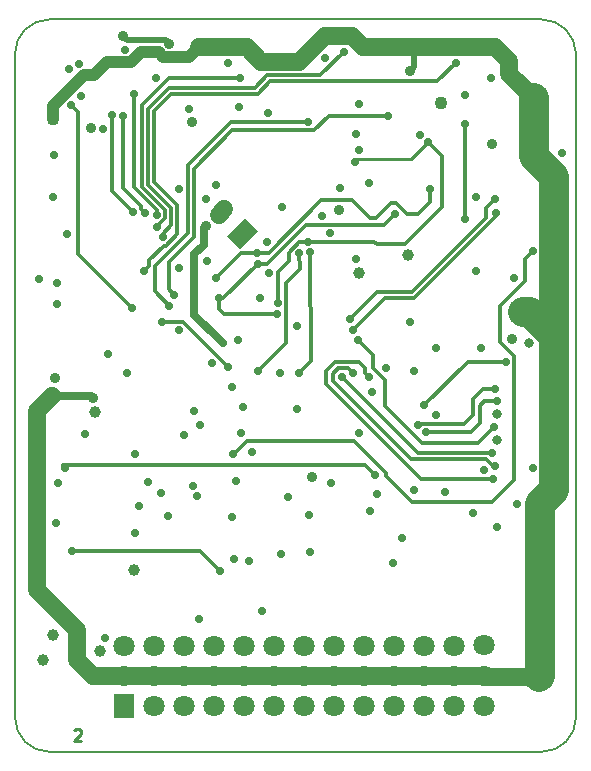
<source format=gbr>
G04 (created by PCBNEW (2013-may-18)-stable) date St 19. únor 2014, 18:08:51 CET*
%MOIN*%
G04 Gerber Fmt 3.4, Leading zero omitted, Abs format*
%FSLAX34Y34*%
G01*
G70*
G90*
G04 APERTURE LIST*
%ADD10C,0.00590551*%
%ADD11C,0.00984252*%
%ADD12C,0.06*%
%ADD13C,0.0708661*%
%ADD14R,0.0708661X0.0787*%
%ADD15C,0.0275591*%
%ADD16C,0.0393701*%
%ADD17C,0.0354331*%
%ADD18C,0.0314961*%
%ADD19C,0.0433071*%
%ADD20C,0.0472441*%
%ADD21C,0.019685*%
%ADD22C,0.0275591*%
%ADD23C,0.0393701*%
%ADD24C,0.0590551*%
%ADD25C,0.0984252*%
%ADD26C,0.011811*%
G04 APERTURE END LIST*
G54D10*
G54D11*
X1785Y523D02*
X1803Y542D01*
X1841Y561D01*
X1935Y561D01*
X1972Y542D01*
X1991Y523D01*
X2010Y486D01*
X2010Y448D01*
X1991Y392D01*
X1766Y167D01*
X2010Y167D01*
G54D10*
X-196Y944D02*
G75*
G03X944Y-196I1141J0D01*
G74*
G01*
X944Y24212D02*
X17362Y24212D01*
X-196Y944D02*
X-196Y23070D01*
X17362Y-196D02*
X944Y-196D01*
X18503Y23070D02*
X18503Y944D01*
X17362Y-196D02*
G75*
G03X18503Y944I0J1141D01*
G74*
G01*
X944Y24212D02*
G75*
G03X-196Y23070I0J-1141D01*
G74*
G01*
X18503Y23070D02*
G75*
G03X17362Y24212I-1141J0D01*
G74*
G01*
G36*
X7911Y17177D02*
X7298Y16565D01*
X6874Y16989D01*
X7486Y17601D01*
X7911Y17177D01*
X7911Y17177D01*
G37*
G54D12*
X6591Y17696D02*
X6779Y17884D01*
G54D13*
X15433Y3346D03*
X15433Y2342D03*
X15433Y1338D03*
G54D14*
X3425Y1340D03*
G54D13*
X3425Y2340D03*
X4425Y1340D03*
X4425Y2340D03*
X5425Y1340D03*
X5425Y2340D03*
X6425Y1340D03*
X6425Y2340D03*
X7425Y1340D03*
X7425Y2340D03*
X8425Y1340D03*
X8425Y2340D03*
X9425Y1340D03*
X9425Y2340D03*
X10425Y1340D03*
X10425Y2340D03*
X11425Y1340D03*
X11425Y2340D03*
X12425Y1340D03*
X12425Y2340D03*
X3425Y3340D03*
X4425Y3340D03*
X5425Y3340D03*
X6425Y3340D03*
X7425Y3340D03*
X8425Y3340D03*
X9425Y3340D03*
X10425Y3340D03*
X11425Y3340D03*
X12425Y3340D03*
X13425Y1340D03*
X13425Y2340D03*
X13425Y3340D03*
X14425Y1340D03*
X14429Y2342D03*
X14425Y3340D03*
G54D15*
X15177Y15818D03*
X11287Y19858D03*
X11169Y16244D03*
X8271Y15763D03*
X10027Y17661D03*
X8232Y21102D03*
G54D16*
X2484Y11137D03*
X1070Y3692D03*
G54D17*
X5700Y20791D03*
X4948Y23409D03*
X3409Y23661D03*
G54D15*
X6732Y13425D03*
G54D17*
X6165Y17338D03*
G54D15*
X2744Y20559D03*
X11279Y21409D03*
X6177Y18224D03*
X1921Y22724D03*
X12177Y12610D03*
G54D18*
X15870Y10185D03*
G54D15*
X14122Y8452D03*
X15070Y7775D03*
X5433Y10354D03*
X5748Y8657D03*
X7590Y6169D03*
X2799Y3594D03*
X12409Y6106D03*
X5881Y8334D03*
X15157Y18287D03*
G54D19*
X1062Y20905D03*
G54D17*
X12956Y22507D03*
X2389Y11610D03*
X5921Y23279D03*
X9283Y22803D03*
X13669Y23295D03*
X17299Y3090D03*
G54D16*
X748Y2874D03*
G54D20*
X16740Y14476D03*
G54D15*
X3791Y7110D03*
X4232Y8787D03*
X15830Y17763D03*
X11062Y13870D03*
X15799Y18228D03*
X10976Y14232D03*
X9559Y20807D03*
X4940Y14677D03*
X5114Y15035D03*
X12232Y21011D03*
X4720Y14133D03*
X6909Y12625D03*
X7027Y11956D03*
X7066Y9712D03*
X17070Y16480D03*
X10649Y18602D03*
X8023Y4492D03*
G54D17*
X15692Y20047D03*
G54D15*
X11157Y20381D03*
X11602Y18767D03*
G54D16*
X11287Y15748D03*
G54D15*
X8704Y17948D03*
X7267Y21303D03*
X5944Y4228D03*
X10141Y22929D03*
X6901Y22751D03*
X4519Y22251D03*
G54D17*
X10594Y17862D03*
G54D19*
X14015Y21437D03*
G54D16*
X12901Y16377D03*
G54D15*
X7244Y13543D03*
X17059Y9267D03*
G54D17*
X1141Y12263D03*
X2342Y20598D03*
G54D15*
X6519Y18704D03*
X1551Y17055D03*
X1192Y15429D03*
X5287Y18547D03*
X5259Y15929D03*
X6192Y16161D03*
X3539Y12437D03*
X5271Y13858D03*
X2893Y13078D03*
X6377Y12755D03*
X1602Y22547D03*
X5767Y11169D03*
X18043Y19771D03*
X16421Y15590D03*
X12972Y14137D03*
G54D17*
X16366Y13559D03*
G54D15*
X16531Y8078D03*
X15354Y13248D03*
X13854Y13259D03*
X15452Y9200D03*
G54D18*
X15870Y11051D03*
G54D15*
X8897Y8307D03*
X9200Y11240D03*
X2125Y10381D03*
X3937Y7992D03*
X3818Y9724D03*
G54D16*
X3779Y5866D03*
X2637Y3149D03*
G54D15*
X11259Y10433D03*
X13098Y12496D03*
X7047Y7637D03*
G54D17*
X9708Y8960D03*
G54D15*
X9614Y7681D03*
X10354Y8771D03*
X4657Y8444D03*
X4893Y7645D03*
X7165Y8818D03*
X5984Y10708D03*
X12712Y6940D03*
X7106Y6212D03*
X14496Y22767D03*
X4102Y15822D03*
X10759Y23133D03*
X4728Y16964D03*
X7299Y22263D03*
X4551Y17283D03*
X3755Y21720D03*
X4535Y17708D03*
X8208Y16795D03*
X9637Y16464D03*
X9267Y12433D03*
X10314Y17094D03*
X9287Y16444D03*
X7905Y12496D03*
X14799Y20744D03*
X14811Y17574D03*
X11692Y11811D03*
X8657Y6397D03*
X7330Y10421D03*
X7708Y9811D03*
X5598Y21244D03*
X2003Y21657D03*
X1181Y7440D03*
X1240Y8751D03*
X1192Y14744D03*
X1059Y18279D03*
X610Y15578D03*
X1118Y19696D03*
X15677Y22267D03*
X14818Y21708D03*
X11641Y7834D03*
X15866Y7307D03*
X7397Y11303D03*
X9641Y6448D03*
X8645Y12444D03*
X3692Y14610D03*
X1677Y21358D03*
X3476Y23196D03*
X3023Y21035D03*
X3732Y17787D03*
X3401Y21007D03*
X4137Y17748D03*
X15759Y10618D03*
X11228Y13535D03*
X15712Y9755D03*
X10700Y12283D03*
X15870Y11480D03*
X13511Y10456D03*
X15818Y11885D03*
X13224Y10696D03*
X15748Y8881D03*
X11610Y12291D03*
X15818Y9326D03*
X11074Y12433D03*
X1700Y6503D03*
X6645Y5838D03*
X11149Y19476D03*
X9586Y16803D03*
X13566Y20141D03*
X8555Y14755D03*
X13303Y20366D03*
X12476Y17724D03*
X7893Y16074D03*
X6598Y14925D03*
X8539Y14385D03*
X13649Y18562D03*
X7858Y16437D03*
X6496Y15586D03*
X7964Y14940D03*
X9196Y13980D03*
X13846Y11027D03*
G54D18*
X16952Y13440D03*
G54D15*
X16173Y12795D03*
X13452Y11354D03*
X1476Y9263D03*
X11811Y9015D03*
X11877Y8405D03*
X13110Y8539D03*
G54D21*
X4830Y23527D02*
X4948Y23409D01*
X3543Y23527D02*
X4830Y23527D01*
X3409Y23661D02*
X3543Y23527D01*
G54D22*
X6604Y13553D02*
X6732Y13425D01*
X5787Y14370D02*
X6604Y13553D01*
X6604Y13553D02*
X6610Y13547D01*
X5787Y16381D02*
X5787Y14370D01*
X6102Y16696D02*
X5787Y16381D01*
X6102Y17275D02*
X6102Y16696D01*
X6165Y17338D02*
X6102Y17275D01*
G54D23*
X1062Y20905D02*
X1062Y21314D01*
X5606Y22964D02*
X5921Y23279D01*
X4751Y22964D02*
X5606Y22964D01*
X4594Y23122D02*
X4751Y22964D01*
X3988Y23122D02*
X4594Y23122D01*
X3661Y22795D02*
X3988Y23122D01*
X2870Y22795D02*
X3661Y22795D01*
X2429Y22354D02*
X2870Y22795D01*
X2102Y22354D02*
X2429Y22354D01*
X1062Y21314D02*
X2102Y22354D01*
G54D21*
X13090Y22641D02*
X13090Y23295D01*
X12956Y22507D02*
X13090Y22641D01*
G54D24*
X3425Y2340D02*
X2407Y2340D01*
G54D22*
X2322Y11677D02*
X2389Y11610D01*
X1051Y11677D02*
X2322Y11677D01*
G54D24*
X531Y11157D02*
X1051Y11677D01*
X531Y5208D02*
X531Y11157D01*
X1874Y3866D02*
X531Y5208D01*
X1874Y2874D02*
X1874Y3866D01*
X2407Y2340D02*
X1874Y2874D01*
X15433Y2342D02*
X14429Y2342D01*
X14429Y2342D02*
X14427Y2340D01*
X14427Y2340D02*
X12425Y2340D01*
X7531Y23279D02*
X5921Y23279D01*
X9283Y22803D02*
X8007Y22803D01*
X8007Y22803D02*
X7531Y23279D01*
X13669Y23295D02*
X13090Y23295D01*
X13090Y23295D02*
X11413Y23295D01*
X10141Y23661D02*
X9283Y22803D01*
X11047Y23661D02*
X10141Y23661D01*
X11413Y23295D02*
X11047Y23661D01*
G54D25*
X17779Y13657D02*
X17779Y18976D01*
G54D24*
X15818Y23295D02*
X13669Y23295D01*
X16287Y22826D02*
X15818Y23295D01*
X16287Y22409D02*
X16287Y22826D01*
X17110Y21586D02*
X16287Y22409D01*
G54D25*
X17110Y19645D02*
X17110Y21586D01*
X17779Y18976D02*
X17110Y19645D01*
G54D24*
X3425Y2340D02*
X4425Y2340D01*
X4425Y2340D02*
X5425Y2340D01*
X5425Y2340D02*
X6425Y2340D01*
X6425Y2340D02*
X7425Y2340D01*
X7425Y2340D02*
X8425Y2340D01*
X8425Y2340D02*
X9425Y2340D01*
X9425Y2340D02*
X10425Y2340D01*
X10425Y2340D02*
X11425Y2340D01*
X11425Y2340D02*
X12425Y2340D01*
X15433Y2342D02*
X15488Y2287D01*
X15488Y2287D02*
X17271Y2287D01*
G54D25*
X17271Y2287D02*
X17299Y2314D01*
X17299Y2314D02*
X17299Y3090D01*
X17299Y3090D02*
X17299Y8047D01*
X16960Y14476D02*
X16740Y14476D01*
X17779Y13657D02*
X16960Y14476D01*
X17779Y8527D02*
X17779Y13657D01*
X17299Y8047D02*
X17779Y8527D01*
G54D26*
X15830Y17661D02*
X15830Y17763D01*
X13110Y14940D02*
X15830Y17661D01*
X12133Y14940D02*
X13110Y14940D01*
X11062Y13870D02*
X12133Y14940D01*
X15492Y17921D02*
X15799Y18228D01*
X15492Y17595D02*
X15492Y17921D01*
X13030Y15133D02*
X15492Y17595D01*
X11877Y15133D02*
X13030Y15133D01*
X10976Y14232D02*
X11877Y15133D01*
X7011Y20807D02*
X9559Y20807D01*
X5562Y19358D02*
X7011Y20807D01*
X5562Y17102D02*
X5562Y19358D01*
X4468Y16007D02*
X5562Y17102D01*
X4468Y15149D02*
X4468Y16007D01*
X4940Y14677D02*
X4468Y15149D01*
X5114Y15035D02*
X4937Y15212D01*
X4937Y15212D02*
X4937Y16141D01*
X4937Y16141D02*
X5755Y16960D01*
X5755Y16960D02*
X5755Y19236D01*
X5755Y19236D02*
X7039Y20519D01*
X7039Y20519D02*
X9775Y20519D01*
X9775Y20519D02*
X10267Y21011D01*
X10267Y21011D02*
X12232Y21011D01*
X5401Y14133D02*
X4720Y14133D01*
X6909Y12625D02*
X5401Y14133D01*
X7090Y9712D02*
X7066Y9712D01*
X7551Y10173D02*
X7090Y9712D01*
X11090Y10173D02*
X7551Y10173D01*
X12177Y9086D02*
X11090Y10173D01*
X12177Y8988D02*
X12177Y9086D01*
X13031Y8133D02*
X12177Y8988D01*
X15712Y8133D02*
X13031Y8133D01*
X16448Y8870D02*
X15712Y8133D01*
X16448Y12988D02*
X16448Y8870D01*
X15960Y13476D02*
X16448Y12988D01*
X15960Y14657D02*
X15960Y13476D01*
X16803Y15500D02*
X15960Y14657D01*
X16803Y16212D02*
X16803Y15500D01*
X17070Y16480D02*
X16803Y16212D01*
X13881Y22153D02*
X14496Y22767D01*
X8303Y22153D02*
X13881Y22153D01*
X7893Y21744D02*
X8303Y22153D01*
X5020Y21744D02*
X7893Y21744D01*
X4440Y21164D02*
X5020Y21744D01*
X4440Y18795D02*
X4440Y21164D01*
X5208Y18027D02*
X4440Y18795D01*
X5208Y17047D02*
X5208Y18027D01*
X4838Y16677D02*
X5208Y17047D01*
X4755Y16677D02*
X4838Y16677D01*
X4259Y16181D02*
X4755Y16677D01*
X4259Y15980D02*
X4259Y16181D01*
X4102Y15822D02*
X4259Y15980D01*
X9972Y22346D02*
X10759Y23133D01*
X8220Y22346D02*
X9972Y22346D01*
X7811Y21937D02*
X8220Y22346D01*
X4940Y21937D02*
X7811Y21937D01*
X4248Y21244D02*
X4940Y21937D01*
X4248Y18691D02*
X4248Y21244D01*
X5015Y17923D02*
X4248Y18691D01*
X5015Y17346D02*
X5015Y17923D01*
X4728Y17059D02*
X5015Y17346D01*
X4728Y16964D02*
X4728Y17059D01*
X4940Y22263D02*
X7299Y22263D01*
X4051Y21374D02*
X4940Y22263D01*
X4051Y18615D02*
X4051Y21374D01*
X4818Y17847D02*
X4051Y18615D01*
X4818Y17590D02*
X4818Y17847D01*
X4551Y17322D02*
X4818Y17590D01*
X4551Y17283D02*
X4551Y17322D01*
X4535Y17708D02*
X4535Y17858D01*
X3755Y18637D02*
X3755Y21720D01*
X4535Y17858D02*
X3755Y18637D01*
X9665Y12830D02*
X9637Y16464D01*
X9267Y12433D02*
X9665Y12830D01*
X9311Y15885D02*
X9287Y16444D01*
X8842Y15417D02*
X9311Y15885D01*
X8842Y13433D02*
X8842Y15417D01*
X7905Y12496D02*
X8842Y13433D01*
X14799Y17586D02*
X14799Y20744D01*
X14811Y17574D02*
X14799Y17586D01*
X3692Y14610D02*
X1909Y16393D01*
X1909Y16393D02*
X1909Y21125D01*
X1909Y21125D02*
X1677Y21358D01*
X3023Y18496D02*
X3023Y21035D01*
X3732Y17787D02*
X3023Y18496D01*
X3401Y18590D02*
X3401Y21007D01*
X3996Y17996D02*
X3401Y18590D01*
X3996Y17889D02*
X3996Y17996D01*
X4137Y17748D02*
X3996Y17889D01*
X15248Y10106D02*
X15759Y10618D01*
X13366Y10106D02*
X15248Y10106D01*
X12129Y11342D02*
X13366Y10106D01*
X12129Y12200D02*
X12129Y11342D01*
X11740Y12590D02*
X12129Y12200D01*
X11740Y13023D02*
X11740Y12590D01*
X11228Y13535D02*
X11740Y13023D01*
X13228Y9755D02*
X15712Y9755D01*
X10700Y12283D02*
X13228Y9755D01*
X15448Y11480D02*
X15870Y11480D01*
X15295Y11326D02*
X15448Y11480D01*
X15295Y10759D02*
X15295Y11326D01*
X14992Y10456D02*
X15295Y10759D01*
X13511Y10456D02*
X14992Y10456D01*
X15393Y11885D02*
X15818Y11885D01*
X15066Y11559D02*
X15393Y11885D01*
X15066Y11027D02*
X15066Y11559D01*
X14775Y10736D02*
X15066Y11027D01*
X13263Y10736D02*
X14775Y10736D01*
X13224Y10696D02*
X13263Y10736D01*
X13353Y8881D02*
X15748Y8881D01*
X10173Y12061D02*
X13353Y8881D01*
X10173Y12501D02*
X10173Y12061D01*
X10483Y12811D02*
X10173Y12501D01*
X11255Y12811D02*
X10483Y12811D01*
X11476Y12590D02*
X11255Y12811D01*
X11476Y12425D02*
X11476Y12590D01*
X11610Y12291D02*
X11476Y12425D01*
X15744Y9326D02*
X15818Y9326D01*
X15515Y9555D02*
X15744Y9326D01*
X12992Y9555D02*
X15515Y9555D01*
X10401Y12145D02*
X12992Y9555D01*
X10401Y12405D02*
X10401Y12145D01*
X10586Y12590D02*
X10401Y12405D01*
X10917Y12590D02*
X10586Y12590D01*
X11074Y12433D02*
X10917Y12590D01*
X5980Y6503D02*
X1700Y6503D01*
X6645Y5838D02*
X5980Y6503D01*
G54D11*
X13000Y19574D02*
X13566Y20141D01*
X11248Y19574D02*
X13000Y19574D01*
X11149Y19476D02*
X11248Y19574D01*
G54D26*
X9586Y16803D02*
X11779Y16803D01*
X14047Y19661D02*
X13566Y20141D01*
X14047Y17952D02*
X14047Y19661D01*
X12811Y16716D02*
X14047Y17952D01*
X11866Y16716D02*
X12811Y16716D01*
X11779Y16803D02*
X11866Y16716D01*
X8555Y14755D02*
X8555Y15799D01*
X9283Y16803D02*
X9586Y16803D01*
X8925Y16444D02*
X9283Y16803D01*
X8925Y16169D02*
X8925Y16444D01*
X8555Y15799D02*
X8925Y16169D01*
X12118Y17366D02*
X12476Y17724D01*
X9511Y17366D02*
X12118Y17366D01*
X8220Y16074D02*
X9511Y17366D01*
X7893Y16074D02*
X8220Y16074D01*
X6598Y14925D02*
X6744Y14925D01*
X6744Y14925D02*
X7893Y16074D01*
X6594Y14921D02*
X6598Y14925D01*
X6594Y14551D02*
X6594Y14921D01*
X6759Y14385D02*
X6594Y14551D01*
X8539Y14385D02*
X6759Y14385D01*
X7858Y16437D02*
X8263Y16437D01*
X13649Y18118D02*
X13649Y18562D01*
X13248Y17716D02*
X13649Y18118D01*
X12870Y17716D02*
X13248Y17716D01*
X12488Y18098D02*
X12870Y17716D01*
X12346Y18098D02*
X12488Y18098D01*
X11850Y17602D02*
X12346Y18098D01*
X11625Y17602D02*
X11850Y17602D01*
X11047Y18181D02*
X11625Y17602D01*
X10007Y18181D02*
X11047Y18181D01*
X8263Y16437D02*
X10007Y18181D01*
X6496Y15586D02*
X6496Y15590D01*
X7342Y16437D02*
X7858Y16437D01*
X6496Y15590D02*
X7342Y16437D01*
X14893Y12795D02*
X16173Y12795D01*
X13452Y11354D02*
X14893Y12795D01*
X1417Y9370D02*
X1476Y9263D01*
X11456Y9370D02*
X1417Y9370D01*
X11811Y9015D02*
X11456Y9370D01*
M02*

</source>
